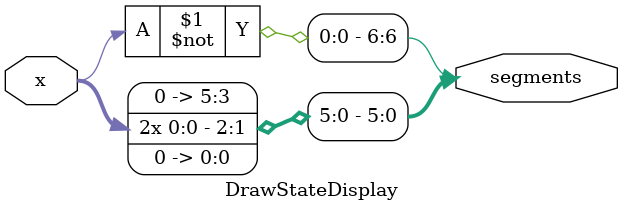
<source format=v>
module DrawStateDisplay(x,segments);
	input x;
	output [6:0] segments;
	
	assign segments[0] = 1'b0;
	assign segments[1] = x;
	assign segments[2] = x;
	assign segments[3] = 1'b0;
	assign segments[4] = 1'b0;
	assign segments[5] = 1'b0;
	assign segments[6] = ~x;

endmodule
</source>
